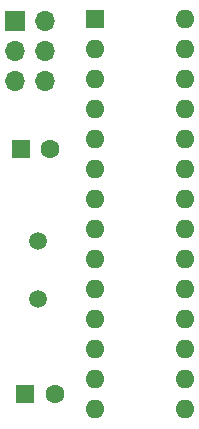
<source format=gbr>
%TF.GenerationSoftware,KiCad,Pcbnew,(5.1.7)-1*%
%TF.CreationDate,2020-12-03T15:27:53+01:00*%
%TF.ProjectId,usbasp16Mhz,75736261-7370-4313-964d-687a2e6b6963,rev?*%
%TF.SameCoordinates,Original*%
%TF.FileFunction,Soldermask,Bot*%
%TF.FilePolarity,Negative*%
%FSLAX46Y46*%
G04 Gerber Fmt 4.6, Leading zero omitted, Abs format (unit mm)*
G04 Created by KiCad (PCBNEW (5.1.7)-1) date 2020-12-03 15:27:53*
%MOMM*%
%LPD*%
G01*
G04 APERTURE LIST*
%ADD10R,1.600000X1.600000*%
%ADD11C,1.600000*%
%ADD12R,1.700000X1.700000*%
%ADD13O,1.700000X1.700000*%
%ADD14O,1.600000X1.600000*%
%ADD15C,1.500000*%
G04 APERTURE END LIST*
D10*
%TO.C,C1*%
X134700000Y-118600000D03*
D11*
X137200000Y-118600000D03*
%TD*%
%TO.C,C2*%
X136800000Y-97900000D03*
D10*
X134300000Y-97900000D03*
%TD*%
D12*
%TO.C,J1*%
X133800000Y-87000000D03*
D13*
X136340000Y-87000000D03*
X133800000Y-89540000D03*
X136340000Y-89540000D03*
X133800000Y-92080000D03*
X136340000Y-92080000D03*
%TD*%
D10*
%TO.C,U1*%
X140600000Y-86900000D03*
D14*
X148220000Y-119920000D03*
X140600000Y-89440000D03*
X148220000Y-117380000D03*
X140600000Y-91980000D03*
X148220000Y-114840000D03*
X140600000Y-94520000D03*
X148220000Y-112300000D03*
X140600000Y-97060000D03*
X148220000Y-109760000D03*
X140600000Y-99600000D03*
X148220000Y-107220000D03*
X140600000Y-102140000D03*
X148220000Y-104680000D03*
X140600000Y-104680000D03*
X148220000Y-102140000D03*
X140600000Y-107220000D03*
X148220000Y-99600000D03*
X140600000Y-109760000D03*
X148220000Y-97060000D03*
X140600000Y-112300000D03*
X148220000Y-94520000D03*
X140600000Y-114840000D03*
X148220000Y-91980000D03*
X140600000Y-117380000D03*
X148220000Y-89440000D03*
X140600000Y-119920000D03*
X148220000Y-86900000D03*
%TD*%
D15*
%TO.C,Y1*%
X135800000Y-105700000D03*
X135800000Y-110580000D03*
%TD*%
M02*

</source>
